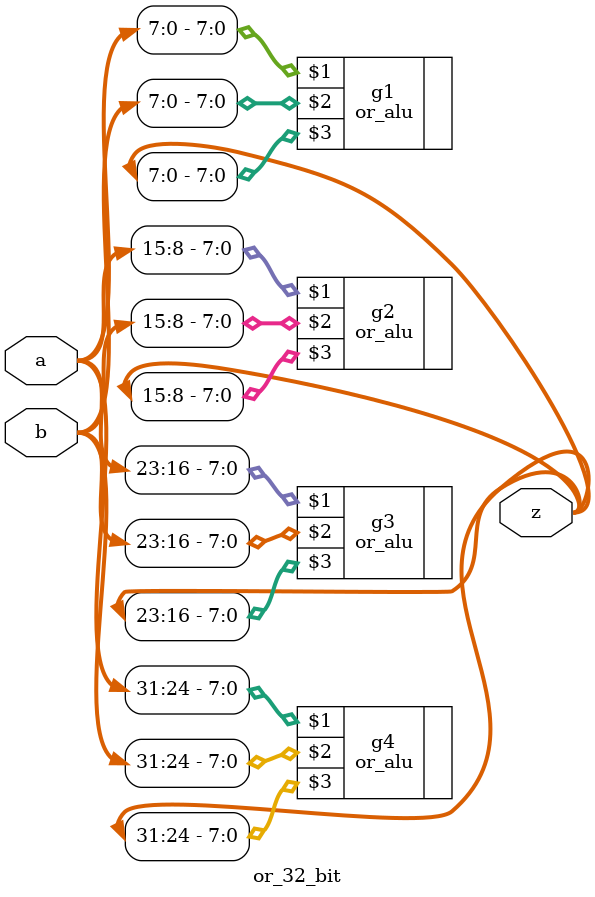
<source format=v>
`timescale 1ns / 1ps


module or_32_bit(a,b,z
    );
    input [31:0] a,b;
    output wire [31:0] z;
    or_alu g1(a[7:0],b[7:0],z[7:0]);
    or_alu g2(a[15:8],b[15:8],z[15:8]);
    or_alu g3(a[23:16],b[23:16],z[23:16]);
    or_alu g4(a[31:24],b[31:24],z[31:24]);
    
endmodule

</source>
